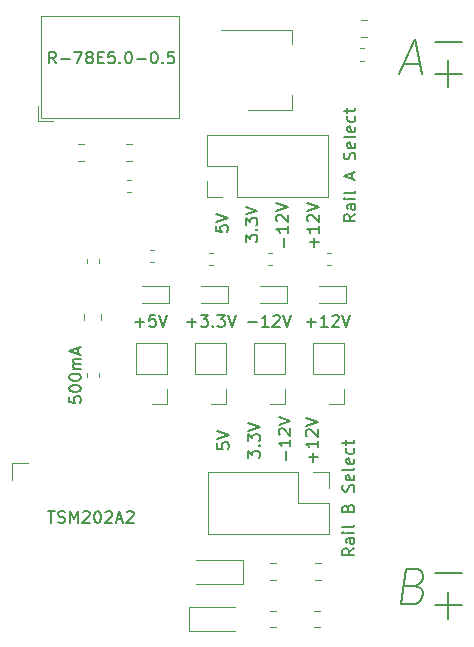
<source format=gbr>
G04 #@! TF.GenerationSoftware,KiCad,Pcbnew,(5.1.5-0-10_14)*
G04 #@! TF.CreationDate,2020-09-28T20:16:59+02:00*
G04 #@! TF.ProjectId,max_power,6d61785f-706f-4776-9572-2e6b69636164,rev?*
G04 #@! TF.SameCoordinates,Original*
G04 #@! TF.FileFunction,Legend,Top*
G04 #@! TF.FilePolarity,Positive*
%FSLAX46Y46*%
G04 Gerber Fmt 4.6, Leading zero omitted, Abs format (unit mm)*
G04 Created by KiCad (PCBNEW (5.1.5-0-10_14)) date 2020-09-28 20:16:59*
%MOMM*%
%LPD*%
G04 APERTURE LIST*
%ADD10C,0.150000*%
%ADD11C,0.120000*%
G04 APERTURE END LIST*
D10*
X75335133Y-84685714D02*
X75745848Y-84828571D01*
X75870848Y-84971428D01*
X75977991Y-85257142D01*
X75924419Y-85685714D01*
X75745848Y-85971428D01*
X75585133Y-86114285D01*
X75281562Y-86257142D01*
X74138705Y-86257142D01*
X74513705Y-83257142D01*
X75513705Y-83257142D01*
X75781562Y-83400000D01*
X75906562Y-83542857D01*
X76013705Y-83828571D01*
X75977991Y-84114285D01*
X75799419Y-84400000D01*
X75638705Y-84542857D01*
X75335133Y-84685714D01*
X74335133Y-84685714D01*
X74317276Y-40500000D02*
X75745848Y-40500000D01*
X73924419Y-41357142D02*
X75299419Y-38357142D01*
X75924419Y-41357142D01*
X76957142Y-83614285D02*
X79242857Y-83614285D01*
X76957142Y-38614285D02*
X79242857Y-38614285D01*
X76957142Y-86314285D02*
X79242857Y-86314285D01*
X78100000Y-87457142D02*
X78100000Y-85171428D01*
X76957142Y-41314285D02*
X79242857Y-41314285D01*
X78100000Y-42457142D02*
X78100000Y-40171428D01*
X58552380Y-72590476D02*
X58552380Y-73066666D01*
X59028571Y-73114285D01*
X58980952Y-73066666D01*
X58933333Y-72971428D01*
X58933333Y-72733333D01*
X58980952Y-72638095D01*
X59028571Y-72590476D01*
X59123809Y-72542857D01*
X59361904Y-72542857D01*
X59457142Y-72590476D01*
X59504761Y-72638095D01*
X59552380Y-72733333D01*
X59552380Y-72971428D01*
X59504761Y-73066666D01*
X59457142Y-73114285D01*
X58552380Y-72257142D02*
X59552380Y-71923809D01*
X58552380Y-71590476D01*
X61152380Y-73876190D02*
X61152380Y-73257142D01*
X61533333Y-73590476D01*
X61533333Y-73447619D01*
X61580952Y-73352380D01*
X61628571Y-73304761D01*
X61723809Y-73257142D01*
X61961904Y-73257142D01*
X62057142Y-73304761D01*
X62104761Y-73352380D01*
X62152380Y-73447619D01*
X62152380Y-73733333D01*
X62104761Y-73828571D01*
X62057142Y-73876190D01*
X62057142Y-72828571D02*
X62104761Y-72780952D01*
X62152380Y-72828571D01*
X62104761Y-72876190D01*
X62057142Y-72828571D01*
X62152380Y-72828571D01*
X61152380Y-72447619D02*
X61152380Y-71828571D01*
X61533333Y-72161904D01*
X61533333Y-72019047D01*
X61580952Y-71923809D01*
X61628571Y-71876190D01*
X61723809Y-71828571D01*
X61961904Y-71828571D01*
X62057142Y-71876190D01*
X62104761Y-71923809D01*
X62152380Y-72019047D01*
X62152380Y-72304761D01*
X62104761Y-72400000D01*
X62057142Y-72447619D01*
X61152380Y-71542857D02*
X62152380Y-71209523D01*
X61152380Y-70876190D01*
X64371428Y-74061904D02*
X64371428Y-73300000D01*
X64752380Y-72300000D02*
X64752380Y-72871428D01*
X64752380Y-72585714D02*
X63752380Y-72585714D01*
X63895238Y-72680952D01*
X63990476Y-72776190D01*
X64038095Y-72871428D01*
X63847619Y-71919047D02*
X63800000Y-71871428D01*
X63752380Y-71776190D01*
X63752380Y-71538095D01*
X63800000Y-71442857D01*
X63847619Y-71395238D01*
X63942857Y-71347619D01*
X64038095Y-71347619D01*
X64180952Y-71395238D01*
X64752380Y-71966666D01*
X64752380Y-71347619D01*
X63752380Y-71061904D02*
X64752380Y-70728571D01*
X63752380Y-70395238D01*
X66671428Y-74161904D02*
X66671428Y-73400000D01*
X67052380Y-73780952D02*
X66290476Y-73780952D01*
X67052380Y-72400000D02*
X67052380Y-72971428D01*
X67052380Y-72685714D02*
X66052380Y-72685714D01*
X66195238Y-72780952D01*
X66290476Y-72876190D01*
X66338095Y-72971428D01*
X66147619Y-72019047D02*
X66100000Y-71971428D01*
X66052380Y-71876190D01*
X66052380Y-71638095D01*
X66100000Y-71542857D01*
X66147619Y-71495238D01*
X66242857Y-71447619D01*
X66338095Y-71447619D01*
X66480952Y-71495238D01*
X67052380Y-72066666D01*
X67052380Y-71447619D01*
X66052380Y-71161904D02*
X67052380Y-70828571D01*
X66052380Y-70495238D01*
X58452380Y-54190476D02*
X58452380Y-54666666D01*
X58928571Y-54714285D01*
X58880952Y-54666666D01*
X58833333Y-54571428D01*
X58833333Y-54333333D01*
X58880952Y-54238095D01*
X58928571Y-54190476D01*
X59023809Y-54142857D01*
X59261904Y-54142857D01*
X59357142Y-54190476D01*
X59404761Y-54238095D01*
X59452380Y-54333333D01*
X59452380Y-54571428D01*
X59404761Y-54666666D01*
X59357142Y-54714285D01*
X58452380Y-53857142D02*
X59452380Y-53523809D01*
X58452380Y-53190476D01*
X60952380Y-55576190D02*
X60952380Y-54957142D01*
X61333333Y-55290476D01*
X61333333Y-55147619D01*
X61380952Y-55052380D01*
X61428571Y-55004761D01*
X61523809Y-54957142D01*
X61761904Y-54957142D01*
X61857142Y-55004761D01*
X61904761Y-55052380D01*
X61952380Y-55147619D01*
X61952380Y-55433333D01*
X61904761Y-55528571D01*
X61857142Y-55576190D01*
X61857142Y-54528571D02*
X61904761Y-54480952D01*
X61952380Y-54528571D01*
X61904761Y-54576190D01*
X61857142Y-54528571D01*
X61952380Y-54528571D01*
X60952380Y-54147619D02*
X60952380Y-53528571D01*
X61333333Y-53861904D01*
X61333333Y-53719047D01*
X61380952Y-53623809D01*
X61428571Y-53576190D01*
X61523809Y-53528571D01*
X61761904Y-53528571D01*
X61857142Y-53576190D01*
X61904761Y-53623809D01*
X61952380Y-53719047D01*
X61952380Y-54004761D01*
X61904761Y-54100000D01*
X61857142Y-54147619D01*
X60952380Y-53242857D02*
X61952380Y-52909523D01*
X60952380Y-52576190D01*
X64171428Y-55961904D02*
X64171428Y-55200000D01*
X64552380Y-54200000D02*
X64552380Y-54771428D01*
X64552380Y-54485714D02*
X63552380Y-54485714D01*
X63695238Y-54580952D01*
X63790476Y-54676190D01*
X63838095Y-54771428D01*
X63647619Y-53819047D02*
X63600000Y-53771428D01*
X63552380Y-53676190D01*
X63552380Y-53438095D01*
X63600000Y-53342857D01*
X63647619Y-53295238D01*
X63742857Y-53247619D01*
X63838095Y-53247619D01*
X63980952Y-53295238D01*
X64552380Y-53866666D01*
X64552380Y-53247619D01*
X63552380Y-52961904D02*
X64552380Y-52628571D01*
X63552380Y-52295238D01*
X66771428Y-55961904D02*
X66771428Y-55200000D01*
X67152380Y-55580952D02*
X66390476Y-55580952D01*
X67152380Y-54200000D02*
X67152380Y-54771428D01*
X67152380Y-54485714D02*
X66152380Y-54485714D01*
X66295238Y-54580952D01*
X66390476Y-54676190D01*
X66438095Y-54771428D01*
X66247619Y-53819047D02*
X66200000Y-53771428D01*
X66152380Y-53676190D01*
X66152380Y-53438095D01*
X66200000Y-53342857D01*
X66247619Y-53295238D01*
X66342857Y-53247619D01*
X66438095Y-53247619D01*
X66580952Y-53295238D01*
X67152380Y-53866666D01*
X67152380Y-53247619D01*
X66152380Y-52961904D02*
X67152380Y-52628571D01*
X66152380Y-52295238D01*
D11*
X63571078Y-82790000D02*
X63053922Y-82790000D01*
X63571078Y-84210000D02*
X63053922Y-84210000D01*
X63571078Y-86790000D02*
X63053922Y-86790000D01*
X63571078Y-88210000D02*
X63053922Y-88210000D01*
X41180000Y-75690000D02*
X41180000Y-74320000D01*
X41180000Y-74320000D02*
X42550000Y-74320000D01*
X67296078Y-86790000D02*
X66778922Y-86790000D01*
X67296078Y-88210000D02*
X66778922Y-88210000D01*
X67358578Y-84210000D02*
X66841422Y-84210000D01*
X67358578Y-82790000D02*
X66841422Y-82790000D01*
X48710000Y-61678922D02*
X48710000Y-62196078D01*
X47290000Y-61678922D02*
X47290000Y-62196078D01*
X46741422Y-48710000D02*
X47258578Y-48710000D01*
X46741422Y-47290000D02*
X47258578Y-47290000D01*
X51262779Y-51310000D02*
X50937221Y-51310000D01*
X51262779Y-50290000D02*
X50937221Y-50290000D01*
X50803922Y-47290000D02*
X51321078Y-47290000D01*
X50803922Y-48710000D02*
X51321078Y-48710000D01*
X70624721Y-40210000D02*
X70950279Y-40210000D01*
X70624721Y-39190000D02*
X70950279Y-39190000D01*
X70703922Y-38210000D02*
X71221078Y-38210000D01*
X70703922Y-36790000D02*
X71221078Y-36790000D01*
X56200000Y-86500000D02*
X56200000Y-88500000D01*
X56200000Y-88500000D02*
X60100000Y-88500000D01*
X56200000Y-86500000D02*
X60100000Y-86500000D01*
X60700000Y-84500000D02*
X56800000Y-84500000D01*
X60700000Y-82500000D02*
X56800000Y-82500000D01*
X60700000Y-84500000D02*
X60700000Y-82500000D01*
X69485000Y-59265000D02*
X67200000Y-59265000D01*
X69485000Y-60735000D02*
X69485000Y-59265000D01*
X67200000Y-60735000D02*
X69485000Y-60735000D01*
X62187500Y-60735000D02*
X64472500Y-60735000D01*
X64472500Y-60735000D02*
X64472500Y-59265000D01*
X64472500Y-59265000D02*
X62187500Y-59265000D01*
X57200000Y-60735000D02*
X59485000Y-60735000D01*
X59485000Y-60735000D02*
X59485000Y-59265000D01*
X59485000Y-59265000D02*
X57200000Y-59265000D01*
X54485000Y-59265000D02*
X52200000Y-59265000D01*
X54485000Y-60735000D02*
X54485000Y-59265000D01*
X52200000Y-60735000D02*
X54485000Y-60735000D01*
X48510000Y-66703733D02*
X48510000Y-67046267D01*
X47490000Y-66703733D02*
X47490000Y-67046267D01*
X69330000Y-64130000D02*
X66670000Y-64130000D01*
X69330000Y-66730000D02*
X69330000Y-64130000D01*
X66670000Y-66730000D02*
X66670000Y-64130000D01*
X69330000Y-66730000D02*
X66670000Y-66730000D01*
X69330000Y-68000000D02*
X69330000Y-69330000D01*
X69330000Y-69330000D02*
X68000000Y-69330000D01*
X64330000Y-69330000D02*
X63000000Y-69330000D01*
X64330000Y-68000000D02*
X64330000Y-69330000D01*
X64330000Y-66730000D02*
X61670000Y-66730000D01*
X61670000Y-66730000D02*
X61670000Y-64130000D01*
X64330000Y-66730000D02*
X64330000Y-64130000D01*
X64330000Y-64130000D02*
X61670000Y-64130000D01*
X59330000Y-64130000D02*
X56670000Y-64130000D01*
X59330000Y-66730000D02*
X59330000Y-64130000D01*
X56670000Y-66730000D02*
X56670000Y-64130000D01*
X59330000Y-66730000D02*
X56670000Y-66730000D01*
X59330000Y-68000000D02*
X59330000Y-69330000D01*
X59330000Y-69330000D02*
X58000000Y-69330000D01*
X54330000Y-69330000D02*
X53000000Y-69330000D01*
X54330000Y-68000000D02*
X54330000Y-69330000D01*
X54330000Y-66730000D02*
X51670000Y-66730000D01*
X51670000Y-66730000D02*
X51670000Y-64130000D01*
X54330000Y-66730000D02*
X54330000Y-64130000D01*
X54330000Y-64130000D02*
X51670000Y-64130000D01*
X57670000Y-51730000D02*
X57670000Y-50400000D01*
X59000000Y-51730000D02*
X57670000Y-51730000D01*
X57670000Y-49130000D02*
X57670000Y-46530000D01*
X60270000Y-49130000D02*
X57670000Y-49130000D01*
X60270000Y-51730000D02*
X60270000Y-49130000D01*
X57670000Y-46530000D02*
X67950000Y-46530000D01*
X60270000Y-51730000D02*
X67950000Y-51730000D01*
X67950000Y-51730000D02*
X67950000Y-46530000D01*
X57750000Y-75070000D02*
X57750000Y-80270000D01*
X65430000Y-75070000D02*
X57750000Y-75070000D01*
X68030000Y-80270000D02*
X57750000Y-80270000D01*
X65430000Y-75070000D02*
X65430000Y-77670000D01*
X65430000Y-77670000D02*
X68030000Y-77670000D01*
X68030000Y-77670000D02*
X68030000Y-80270000D01*
X66700000Y-75070000D02*
X68030000Y-75070000D01*
X68030000Y-75070000D02*
X68030000Y-76400000D01*
X47490000Y-57375279D02*
X47490000Y-57049721D01*
X48510000Y-57375279D02*
X48510000Y-57049721D01*
X68162779Y-57510000D02*
X67837221Y-57510000D01*
X68162779Y-56490000D02*
X67837221Y-56490000D01*
X63162779Y-56490000D02*
X62837221Y-56490000D01*
X63162779Y-57510000D02*
X62837221Y-57510000D01*
X58162779Y-56490000D02*
X57837221Y-56490000D01*
X58162779Y-57510000D02*
X57837221Y-57510000D01*
X53162779Y-57297500D02*
X52837221Y-57297500D01*
X53162779Y-56277500D02*
X52837221Y-56277500D01*
X43629000Y-36440000D02*
X55350000Y-36440000D01*
X43629000Y-45060000D02*
X55350000Y-45060000D01*
X43629000Y-36440000D02*
X43629000Y-45060000D01*
X55350000Y-36440000D02*
X55350000Y-45060000D01*
X43389000Y-44060000D02*
X43389000Y-45300000D01*
X43389000Y-45300000D02*
X44629000Y-45300000D01*
X64910000Y-44410000D02*
X64910000Y-43150000D01*
X64910000Y-37590000D02*
X64910000Y-38850000D01*
X61150000Y-44410000D02*
X64910000Y-44410000D01*
X58900000Y-37590000D02*
X64910000Y-37590000D01*
D10*
X44233333Y-78352380D02*
X44804761Y-78352380D01*
X44519047Y-79352380D02*
X44519047Y-78352380D01*
X45090476Y-79304761D02*
X45233333Y-79352380D01*
X45471428Y-79352380D01*
X45566666Y-79304761D01*
X45614285Y-79257142D01*
X45661904Y-79161904D01*
X45661904Y-79066666D01*
X45614285Y-78971428D01*
X45566666Y-78923809D01*
X45471428Y-78876190D01*
X45280952Y-78828571D01*
X45185714Y-78780952D01*
X45138095Y-78733333D01*
X45090476Y-78638095D01*
X45090476Y-78542857D01*
X45138095Y-78447619D01*
X45185714Y-78400000D01*
X45280952Y-78352380D01*
X45519047Y-78352380D01*
X45661904Y-78400000D01*
X46090476Y-79352380D02*
X46090476Y-78352380D01*
X46423809Y-79066666D01*
X46757142Y-78352380D01*
X46757142Y-79352380D01*
X47185714Y-78447619D02*
X47233333Y-78400000D01*
X47328571Y-78352380D01*
X47566666Y-78352380D01*
X47661904Y-78400000D01*
X47709523Y-78447619D01*
X47757142Y-78542857D01*
X47757142Y-78638095D01*
X47709523Y-78780952D01*
X47138095Y-79352380D01*
X47757142Y-79352380D01*
X48376190Y-78352380D02*
X48471428Y-78352380D01*
X48566666Y-78400000D01*
X48614285Y-78447619D01*
X48661904Y-78542857D01*
X48709523Y-78733333D01*
X48709523Y-78971428D01*
X48661904Y-79161904D01*
X48614285Y-79257142D01*
X48566666Y-79304761D01*
X48471428Y-79352380D01*
X48376190Y-79352380D01*
X48280952Y-79304761D01*
X48233333Y-79257142D01*
X48185714Y-79161904D01*
X48138095Y-78971428D01*
X48138095Y-78733333D01*
X48185714Y-78542857D01*
X48233333Y-78447619D01*
X48280952Y-78400000D01*
X48376190Y-78352380D01*
X49090476Y-78447619D02*
X49138095Y-78400000D01*
X49233333Y-78352380D01*
X49471428Y-78352380D01*
X49566666Y-78400000D01*
X49614285Y-78447619D01*
X49661904Y-78542857D01*
X49661904Y-78638095D01*
X49614285Y-78780952D01*
X49042857Y-79352380D01*
X49661904Y-79352380D01*
X50042857Y-79066666D02*
X50519047Y-79066666D01*
X49947619Y-79352380D02*
X50280952Y-78352380D01*
X50614285Y-79352380D01*
X50900000Y-78447619D02*
X50947619Y-78400000D01*
X51042857Y-78352380D01*
X51280952Y-78352380D01*
X51376190Y-78400000D01*
X51423809Y-78447619D01*
X51471428Y-78542857D01*
X51471428Y-78638095D01*
X51423809Y-78780952D01*
X50852380Y-79352380D01*
X51471428Y-79352380D01*
X46022380Y-68684523D02*
X46022380Y-69160714D01*
X46498571Y-69208333D01*
X46450952Y-69160714D01*
X46403333Y-69065476D01*
X46403333Y-68827380D01*
X46450952Y-68732142D01*
X46498571Y-68684523D01*
X46593809Y-68636904D01*
X46831904Y-68636904D01*
X46927142Y-68684523D01*
X46974761Y-68732142D01*
X47022380Y-68827380D01*
X47022380Y-69065476D01*
X46974761Y-69160714D01*
X46927142Y-69208333D01*
X46022380Y-68017857D02*
X46022380Y-67922619D01*
X46070000Y-67827380D01*
X46117619Y-67779761D01*
X46212857Y-67732142D01*
X46403333Y-67684523D01*
X46641428Y-67684523D01*
X46831904Y-67732142D01*
X46927142Y-67779761D01*
X46974761Y-67827380D01*
X47022380Y-67922619D01*
X47022380Y-68017857D01*
X46974761Y-68113095D01*
X46927142Y-68160714D01*
X46831904Y-68208333D01*
X46641428Y-68255952D01*
X46403333Y-68255952D01*
X46212857Y-68208333D01*
X46117619Y-68160714D01*
X46070000Y-68113095D01*
X46022380Y-68017857D01*
X46022380Y-67065476D02*
X46022380Y-66970238D01*
X46070000Y-66875000D01*
X46117619Y-66827380D01*
X46212857Y-66779761D01*
X46403333Y-66732142D01*
X46641428Y-66732142D01*
X46831904Y-66779761D01*
X46927142Y-66827380D01*
X46974761Y-66875000D01*
X47022380Y-66970238D01*
X47022380Y-67065476D01*
X46974761Y-67160714D01*
X46927142Y-67208333D01*
X46831904Y-67255952D01*
X46641428Y-67303571D01*
X46403333Y-67303571D01*
X46212857Y-67255952D01*
X46117619Y-67208333D01*
X46070000Y-67160714D01*
X46022380Y-67065476D01*
X47022380Y-66303571D02*
X46355714Y-66303571D01*
X46450952Y-66303571D02*
X46403333Y-66255952D01*
X46355714Y-66160714D01*
X46355714Y-66017857D01*
X46403333Y-65922619D01*
X46498571Y-65875000D01*
X47022380Y-65875000D01*
X46498571Y-65875000D02*
X46403333Y-65827380D01*
X46355714Y-65732142D01*
X46355714Y-65589285D01*
X46403333Y-65494047D01*
X46498571Y-65446428D01*
X47022380Y-65446428D01*
X46736666Y-65017857D02*
X46736666Y-64541666D01*
X47022380Y-65113095D02*
X46022380Y-64779761D01*
X47022380Y-64446428D01*
X66138095Y-62371428D02*
X66900000Y-62371428D01*
X66519047Y-62752380D02*
X66519047Y-61990476D01*
X67900000Y-62752380D02*
X67328571Y-62752380D01*
X67614285Y-62752380D02*
X67614285Y-61752380D01*
X67519047Y-61895238D01*
X67423809Y-61990476D01*
X67328571Y-62038095D01*
X68280952Y-61847619D02*
X68328571Y-61800000D01*
X68423809Y-61752380D01*
X68661904Y-61752380D01*
X68757142Y-61800000D01*
X68804761Y-61847619D01*
X68852380Y-61942857D01*
X68852380Y-62038095D01*
X68804761Y-62180952D01*
X68233333Y-62752380D01*
X68852380Y-62752380D01*
X69138095Y-61752380D02*
X69471428Y-62752380D01*
X69804761Y-61752380D01*
X61138095Y-62371428D02*
X61900000Y-62371428D01*
X62900000Y-62752380D02*
X62328571Y-62752380D01*
X62614285Y-62752380D02*
X62614285Y-61752380D01*
X62519047Y-61895238D01*
X62423809Y-61990476D01*
X62328571Y-62038095D01*
X63280952Y-61847619D02*
X63328571Y-61800000D01*
X63423809Y-61752380D01*
X63661904Y-61752380D01*
X63757142Y-61800000D01*
X63804761Y-61847619D01*
X63852380Y-61942857D01*
X63852380Y-62038095D01*
X63804761Y-62180952D01*
X63233333Y-62752380D01*
X63852380Y-62752380D01*
X64138095Y-61752380D02*
X64471428Y-62752380D01*
X64804761Y-61752380D01*
X56000000Y-62371428D02*
X56761904Y-62371428D01*
X56380952Y-62752380D02*
X56380952Y-61990476D01*
X57142857Y-61752380D02*
X57761904Y-61752380D01*
X57428571Y-62133333D01*
X57571428Y-62133333D01*
X57666666Y-62180952D01*
X57714285Y-62228571D01*
X57761904Y-62323809D01*
X57761904Y-62561904D01*
X57714285Y-62657142D01*
X57666666Y-62704761D01*
X57571428Y-62752380D01*
X57285714Y-62752380D01*
X57190476Y-62704761D01*
X57142857Y-62657142D01*
X58190476Y-62657142D02*
X58238095Y-62704761D01*
X58190476Y-62752380D01*
X58142857Y-62704761D01*
X58190476Y-62657142D01*
X58190476Y-62752380D01*
X58571428Y-61752380D02*
X59190476Y-61752380D01*
X58857142Y-62133333D01*
X59000000Y-62133333D01*
X59095238Y-62180952D01*
X59142857Y-62228571D01*
X59190476Y-62323809D01*
X59190476Y-62561904D01*
X59142857Y-62657142D01*
X59095238Y-62704761D01*
X59000000Y-62752380D01*
X58714285Y-62752380D01*
X58619047Y-62704761D01*
X58571428Y-62657142D01*
X59476190Y-61752380D02*
X59809523Y-62752380D01*
X60142857Y-61752380D01*
X51614285Y-62371428D02*
X52376190Y-62371428D01*
X51995238Y-62752380D02*
X51995238Y-61990476D01*
X53328571Y-61752380D02*
X52852380Y-61752380D01*
X52804761Y-62228571D01*
X52852380Y-62180952D01*
X52947619Y-62133333D01*
X53185714Y-62133333D01*
X53280952Y-62180952D01*
X53328571Y-62228571D01*
X53376190Y-62323809D01*
X53376190Y-62561904D01*
X53328571Y-62657142D01*
X53280952Y-62704761D01*
X53185714Y-62752380D01*
X52947619Y-62752380D01*
X52852380Y-62704761D01*
X52804761Y-62657142D01*
X53661904Y-61752380D02*
X53995238Y-62752380D01*
X54328571Y-61752380D01*
X70252380Y-53242857D02*
X69776190Y-53576190D01*
X70252380Y-53814285D02*
X69252380Y-53814285D01*
X69252380Y-53433333D01*
X69300000Y-53338095D01*
X69347619Y-53290476D01*
X69442857Y-53242857D01*
X69585714Y-53242857D01*
X69680952Y-53290476D01*
X69728571Y-53338095D01*
X69776190Y-53433333D01*
X69776190Y-53814285D01*
X70252380Y-52385714D02*
X69728571Y-52385714D01*
X69633333Y-52433333D01*
X69585714Y-52528571D01*
X69585714Y-52719047D01*
X69633333Y-52814285D01*
X70204761Y-52385714D02*
X70252380Y-52480952D01*
X70252380Y-52719047D01*
X70204761Y-52814285D01*
X70109523Y-52861904D01*
X70014285Y-52861904D01*
X69919047Y-52814285D01*
X69871428Y-52719047D01*
X69871428Y-52480952D01*
X69823809Y-52385714D01*
X70252380Y-51909523D02*
X69585714Y-51909523D01*
X69252380Y-51909523D02*
X69300000Y-51957142D01*
X69347619Y-51909523D01*
X69300000Y-51861904D01*
X69252380Y-51909523D01*
X69347619Y-51909523D01*
X70252380Y-51290476D02*
X70204761Y-51385714D01*
X70109523Y-51433333D01*
X69252380Y-51433333D01*
X69966666Y-50195238D02*
X69966666Y-49719047D01*
X70252380Y-50290476D02*
X69252380Y-49957142D01*
X70252380Y-49623809D01*
X70204761Y-48576190D02*
X70252380Y-48433333D01*
X70252380Y-48195238D01*
X70204761Y-48100000D01*
X70157142Y-48052380D01*
X70061904Y-48004761D01*
X69966666Y-48004761D01*
X69871428Y-48052380D01*
X69823809Y-48100000D01*
X69776190Y-48195238D01*
X69728571Y-48385714D01*
X69680952Y-48480952D01*
X69633333Y-48528571D01*
X69538095Y-48576190D01*
X69442857Y-48576190D01*
X69347619Y-48528571D01*
X69300000Y-48480952D01*
X69252380Y-48385714D01*
X69252380Y-48147619D01*
X69300000Y-48004761D01*
X70204761Y-47195238D02*
X70252380Y-47290476D01*
X70252380Y-47480952D01*
X70204761Y-47576190D01*
X70109523Y-47623809D01*
X69728571Y-47623809D01*
X69633333Y-47576190D01*
X69585714Y-47480952D01*
X69585714Y-47290476D01*
X69633333Y-47195238D01*
X69728571Y-47147619D01*
X69823809Y-47147619D01*
X69919047Y-47623809D01*
X70252380Y-46576190D02*
X70204761Y-46671428D01*
X70109523Y-46719047D01*
X69252380Y-46719047D01*
X70204761Y-45814285D02*
X70252380Y-45909523D01*
X70252380Y-46100000D01*
X70204761Y-46195238D01*
X70109523Y-46242857D01*
X69728571Y-46242857D01*
X69633333Y-46195238D01*
X69585714Y-46100000D01*
X69585714Y-45909523D01*
X69633333Y-45814285D01*
X69728571Y-45766666D01*
X69823809Y-45766666D01*
X69919047Y-46242857D01*
X70204761Y-44909523D02*
X70252380Y-45004761D01*
X70252380Y-45195238D01*
X70204761Y-45290476D01*
X70157142Y-45338095D01*
X70061904Y-45385714D01*
X69776190Y-45385714D01*
X69680952Y-45338095D01*
X69633333Y-45290476D01*
X69585714Y-45195238D01*
X69585714Y-45004761D01*
X69633333Y-44909523D01*
X69585714Y-44623809D02*
X69585714Y-44242857D01*
X69252380Y-44480952D02*
X70109523Y-44480952D01*
X70204761Y-44433333D01*
X70252380Y-44338095D01*
X70252380Y-44242857D01*
X70152380Y-81514285D02*
X69676190Y-81847619D01*
X70152380Y-82085714D02*
X69152380Y-82085714D01*
X69152380Y-81704761D01*
X69200000Y-81609523D01*
X69247619Y-81561904D01*
X69342857Y-81514285D01*
X69485714Y-81514285D01*
X69580952Y-81561904D01*
X69628571Y-81609523D01*
X69676190Y-81704761D01*
X69676190Y-82085714D01*
X70152380Y-80657142D02*
X69628571Y-80657142D01*
X69533333Y-80704761D01*
X69485714Y-80800000D01*
X69485714Y-80990476D01*
X69533333Y-81085714D01*
X70104761Y-80657142D02*
X70152380Y-80752380D01*
X70152380Y-80990476D01*
X70104761Y-81085714D01*
X70009523Y-81133333D01*
X69914285Y-81133333D01*
X69819047Y-81085714D01*
X69771428Y-80990476D01*
X69771428Y-80752380D01*
X69723809Y-80657142D01*
X70152380Y-80180952D02*
X69485714Y-80180952D01*
X69152380Y-80180952D02*
X69200000Y-80228571D01*
X69247619Y-80180952D01*
X69200000Y-80133333D01*
X69152380Y-80180952D01*
X69247619Y-80180952D01*
X70152380Y-79561904D02*
X70104761Y-79657142D01*
X70009523Y-79704761D01*
X69152380Y-79704761D01*
X69628571Y-78085714D02*
X69676190Y-77942857D01*
X69723809Y-77895238D01*
X69819047Y-77847619D01*
X69961904Y-77847619D01*
X70057142Y-77895238D01*
X70104761Y-77942857D01*
X70152380Y-78038095D01*
X70152380Y-78419047D01*
X69152380Y-78419047D01*
X69152380Y-78085714D01*
X69200000Y-77990476D01*
X69247619Y-77942857D01*
X69342857Y-77895238D01*
X69438095Y-77895238D01*
X69533333Y-77942857D01*
X69580952Y-77990476D01*
X69628571Y-78085714D01*
X69628571Y-78419047D01*
X70104761Y-76704761D02*
X70152380Y-76561904D01*
X70152380Y-76323809D01*
X70104761Y-76228571D01*
X70057142Y-76180952D01*
X69961904Y-76133333D01*
X69866666Y-76133333D01*
X69771428Y-76180952D01*
X69723809Y-76228571D01*
X69676190Y-76323809D01*
X69628571Y-76514285D01*
X69580952Y-76609523D01*
X69533333Y-76657142D01*
X69438095Y-76704761D01*
X69342857Y-76704761D01*
X69247619Y-76657142D01*
X69200000Y-76609523D01*
X69152380Y-76514285D01*
X69152380Y-76276190D01*
X69200000Y-76133333D01*
X70104761Y-75323809D02*
X70152380Y-75419047D01*
X70152380Y-75609523D01*
X70104761Y-75704761D01*
X70009523Y-75752380D01*
X69628571Y-75752380D01*
X69533333Y-75704761D01*
X69485714Y-75609523D01*
X69485714Y-75419047D01*
X69533333Y-75323809D01*
X69628571Y-75276190D01*
X69723809Y-75276190D01*
X69819047Y-75752380D01*
X70152380Y-74704761D02*
X70104761Y-74800000D01*
X70009523Y-74847619D01*
X69152380Y-74847619D01*
X70104761Y-73942857D02*
X70152380Y-74038095D01*
X70152380Y-74228571D01*
X70104761Y-74323809D01*
X70009523Y-74371428D01*
X69628571Y-74371428D01*
X69533333Y-74323809D01*
X69485714Y-74228571D01*
X69485714Y-74038095D01*
X69533333Y-73942857D01*
X69628571Y-73895238D01*
X69723809Y-73895238D01*
X69819047Y-74371428D01*
X70104761Y-73038095D02*
X70152380Y-73133333D01*
X70152380Y-73323809D01*
X70104761Y-73419047D01*
X70057142Y-73466666D01*
X69961904Y-73514285D01*
X69676190Y-73514285D01*
X69580952Y-73466666D01*
X69533333Y-73419047D01*
X69485714Y-73323809D01*
X69485714Y-73133333D01*
X69533333Y-73038095D01*
X69485714Y-72752380D02*
X69485714Y-72371428D01*
X69152380Y-72609523D02*
X70009523Y-72609523D01*
X70104761Y-72561904D01*
X70152380Y-72466666D01*
X70152380Y-72371428D01*
X44885714Y-40452380D02*
X44552380Y-39976190D01*
X44314285Y-40452380D02*
X44314285Y-39452380D01*
X44695238Y-39452380D01*
X44790476Y-39500000D01*
X44838095Y-39547619D01*
X44885714Y-39642857D01*
X44885714Y-39785714D01*
X44838095Y-39880952D01*
X44790476Y-39928571D01*
X44695238Y-39976190D01*
X44314285Y-39976190D01*
X45314285Y-40071428D02*
X46076190Y-40071428D01*
X46457142Y-39452380D02*
X47123809Y-39452380D01*
X46695238Y-40452380D01*
X47647619Y-39880952D02*
X47552380Y-39833333D01*
X47504761Y-39785714D01*
X47457142Y-39690476D01*
X47457142Y-39642857D01*
X47504761Y-39547619D01*
X47552380Y-39500000D01*
X47647619Y-39452380D01*
X47838095Y-39452380D01*
X47933333Y-39500000D01*
X47980952Y-39547619D01*
X48028571Y-39642857D01*
X48028571Y-39690476D01*
X47980952Y-39785714D01*
X47933333Y-39833333D01*
X47838095Y-39880952D01*
X47647619Y-39880952D01*
X47552380Y-39928571D01*
X47504761Y-39976190D01*
X47457142Y-40071428D01*
X47457142Y-40261904D01*
X47504761Y-40357142D01*
X47552380Y-40404761D01*
X47647619Y-40452380D01*
X47838095Y-40452380D01*
X47933333Y-40404761D01*
X47980952Y-40357142D01*
X48028571Y-40261904D01*
X48028571Y-40071428D01*
X47980952Y-39976190D01*
X47933333Y-39928571D01*
X47838095Y-39880952D01*
X48457142Y-39928571D02*
X48790476Y-39928571D01*
X48933333Y-40452380D02*
X48457142Y-40452380D01*
X48457142Y-39452380D01*
X48933333Y-39452380D01*
X49838095Y-39452380D02*
X49361904Y-39452380D01*
X49314285Y-39928571D01*
X49361904Y-39880952D01*
X49457142Y-39833333D01*
X49695238Y-39833333D01*
X49790476Y-39880952D01*
X49838095Y-39928571D01*
X49885714Y-40023809D01*
X49885714Y-40261904D01*
X49838095Y-40357142D01*
X49790476Y-40404761D01*
X49695238Y-40452380D01*
X49457142Y-40452380D01*
X49361904Y-40404761D01*
X49314285Y-40357142D01*
X50314285Y-40357142D02*
X50361904Y-40404761D01*
X50314285Y-40452380D01*
X50266666Y-40404761D01*
X50314285Y-40357142D01*
X50314285Y-40452380D01*
X50980952Y-39452380D02*
X51076190Y-39452380D01*
X51171428Y-39500000D01*
X51219047Y-39547619D01*
X51266666Y-39642857D01*
X51314285Y-39833333D01*
X51314285Y-40071428D01*
X51266666Y-40261904D01*
X51219047Y-40357142D01*
X51171428Y-40404761D01*
X51076190Y-40452380D01*
X50980952Y-40452380D01*
X50885714Y-40404761D01*
X50838095Y-40357142D01*
X50790476Y-40261904D01*
X50742857Y-40071428D01*
X50742857Y-39833333D01*
X50790476Y-39642857D01*
X50838095Y-39547619D01*
X50885714Y-39500000D01*
X50980952Y-39452380D01*
X51742857Y-40071428D02*
X52504761Y-40071428D01*
X53171428Y-39452380D02*
X53266666Y-39452380D01*
X53361904Y-39500000D01*
X53409523Y-39547619D01*
X53457142Y-39642857D01*
X53504761Y-39833333D01*
X53504761Y-40071428D01*
X53457142Y-40261904D01*
X53409523Y-40357142D01*
X53361904Y-40404761D01*
X53266666Y-40452380D01*
X53171428Y-40452380D01*
X53076190Y-40404761D01*
X53028571Y-40357142D01*
X52980952Y-40261904D01*
X52933333Y-40071428D01*
X52933333Y-39833333D01*
X52980952Y-39642857D01*
X53028571Y-39547619D01*
X53076190Y-39500000D01*
X53171428Y-39452380D01*
X53933333Y-40357142D02*
X53980952Y-40404761D01*
X53933333Y-40452380D01*
X53885714Y-40404761D01*
X53933333Y-40357142D01*
X53933333Y-40452380D01*
X54885714Y-39452380D02*
X54409523Y-39452380D01*
X54361904Y-39928571D01*
X54409523Y-39880952D01*
X54504761Y-39833333D01*
X54742857Y-39833333D01*
X54838095Y-39880952D01*
X54885714Y-39928571D01*
X54933333Y-40023809D01*
X54933333Y-40261904D01*
X54885714Y-40357142D01*
X54838095Y-40404761D01*
X54742857Y-40452380D01*
X54504761Y-40452380D01*
X54409523Y-40404761D01*
X54361904Y-40357142D01*
M02*

</source>
